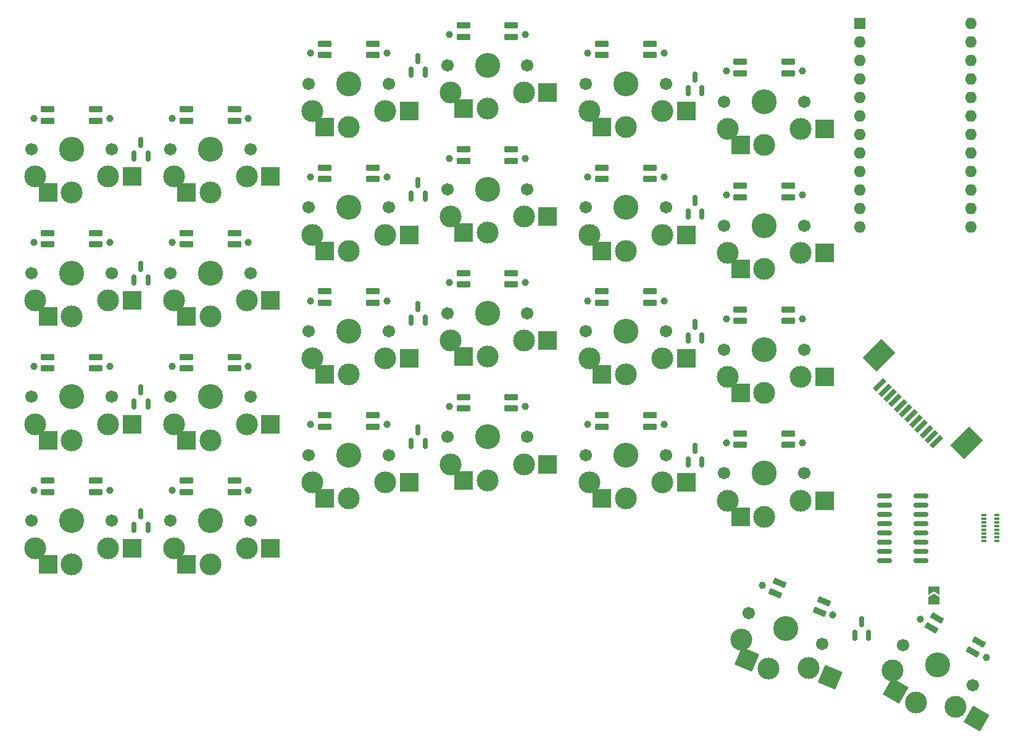
<source format=gbr>
%TF.GenerationSoftware,KiCad,Pcbnew,8.0.8-8.0.8-0~ubuntu22.04.1*%
%TF.CreationDate,2025-02-14T18:00:16-06:00*%
%TF.ProjectId,choc_v1_socket_reversible,63686f63-5f76-4315-9f73-6f636b65745f,rev?*%
%TF.SameCoordinates,Original*%
%TF.FileFunction,Soldermask,Top*%
%TF.FilePolarity,Negative*%
%FSLAX46Y46*%
G04 Gerber Fmt 4.6, Leading zero omitted, Abs format (unit mm)*
G04 Created by KiCad (PCBNEW 8.0.8-8.0.8-0~ubuntu22.04.1) date 2025-02-14 18:00:16*
%MOMM*%
%LPD*%
G01*
G04 APERTURE LIST*
G04 Aperture macros list*
%AMRoundRect*
0 Rectangle with rounded corners*
0 $1 Rounding radius*
0 $2 $3 $4 $5 $6 $7 $8 $9 X,Y pos of 4 corners*
0 Add a 4 corners polygon primitive as box body*
4,1,4,$2,$3,$4,$5,$6,$7,$8,$9,$2,$3,0*
0 Add four circle primitives for the rounded corners*
1,1,$1+$1,$2,$3*
1,1,$1+$1,$4,$5*
1,1,$1+$1,$6,$7*
1,1,$1+$1,$8,$9*
0 Add four rect primitives between the rounded corners*
20,1,$1+$1,$2,$3,$4,$5,0*
20,1,$1+$1,$4,$5,$6,$7,0*
20,1,$1+$1,$6,$7,$8,$9,0*
20,1,$1+$1,$8,$9,$2,$3,0*%
%AMRotRect*
0 Rectangle, with rotation*
0 The origin of the aperture is its center*
0 $1 length*
0 $2 width*
0 $3 Rotation angle, in degrees counterclockwise*
0 Add horizontal line*
21,1,$1,$2,0,0,$3*%
%AMFreePoly0*
4,1,6,1.000000,0.000000,0.500000,-0.750000,-0.500000,-0.750000,-0.500000,0.750000,0.500000,0.750000,1.000000,0.000000,1.000000,0.000000,$1*%
%AMFreePoly1*
4,1,6,0.500000,-0.750000,-0.650000,-0.750000,-0.150000,0.000000,-0.650000,0.750000,0.500000,0.750000,0.500000,-0.750000,0.500000,-0.750000,$1*%
G04 Aperture macros list end*
%ADD10C,1.701800*%
%ADD11C,0.990600*%
%ADD12C,3.000000*%
%ADD13C,3.429000*%
%ADD14R,2.600000X2.600000*%
%ADD15RoundRect,0.150000X0.150000X-0.587500X0.150000X0.587500X-0.150000X0.587500X-0.150000X-0.587500X0*%
%ADD16RoundRect,0.082000X-0.818000X-0.328000X0.818000X-0.328000X0.818000X0.328000X-0.818000X0.328000X0*%
%ADD17RoundRect,0.082000X0.872409X-0.124944X-0.544409X0.693056X-0.872409X0.124944X0.544409X-0.693056X0*%
%ADD18RoundRect,0.082000X0.818000X0.328000X-0.818000X0.328000X-0.818000X-0.328000X0.818000X-0.328000X0*%
%ADD19RoundRect,0.150000X0.850000X0.150000X-0.850000X0.150000X-0.850000X-0.150000X0.850000X-0.150000X0*%
%ADD20R,0.800000X0.300000*%
%ADD21RotRect,0.610000X2.000000X135.000000*%
%ADD22RotRect,2.680000X3.600000X135.000000*%
%ADD23RoundRect,0.082000X0.881133X-0.017692X-0.624813X0.621544X-0.881133X0.017692X0.624813X-0.621544X0*%
%ADD24FreePoly0,90.000000*%
%ADD25FreePoly1,90.000000*%
%ADD26RotRect,2.600000X2.600000X337.000000*%
%ADD27R,1.600000X1.600000*%
%ADD28O,1.600000X1.600000*%
%ADD29RotRect,2.600000X2.600000X330.000000*%
G04 APERTURE END LIST*
D10*
%TO.C,SW13*%
X111500000Y-65500000D03*
D11*
X111780000Y-61300000D03*
D12*
X112000000Y-69250000D03*
D13*
X117000000Y-65500000D03*
D12*
X117000000Y-71450000D03*
X122000000Y-69250000D03*
D11*
X122220000Y-61300000D03*
D10*
X122500000Y-65500000D03*
D14*
X113725000Y-71450000D03*
X125275000Y-69250000D03*
%TD*%
D15*
%TO.C,D3031*%
X68550000Y-111937500D03*
X70450000Y-111937500D03*
X69500000Y-110062500D03*
%TD*%
%TO.C,D1415*%
X144550000Y-68937500D03*
X146450000Y-68937500D03*
X145500000Y-67062500D03*
%TD*%
D16*
%TO.C,LED30*%
X56700000Y-107090000D03*
X56700000Y-105510000D03*
X63300000Y-105510000D03*
X63300000Y-107090000D03*
%TD*%
D10*
%TO.C,SW32*%
X92500000Y-102000000D03*
D11*
X92780000Y-97800000D03*
D12*
X93000000Y-105750000D03*
D13*
X98000000Y-102000000D03*
D12*
X98000000Y-107950000D03*
X103000000Y-105750000D03*
D11*
X103220000Y-97800000D03*
D10*
X103500000Y-102000000D03*
D14*
X94725000Y-107950000D03*
X106275000Y-105750000D03*
%TD*%
D15*
%TO.C,D0203*%
X106550000Y-49437500D03*
X108450000Y-49437500D03*
X107500000Y-47562500D03*
%TD*%
%TO.C,D2425*%
X144550000Y-85937500D03*
X146450000Y-85937500D03*
X145500000Y-84062500D03*
%TD*%
D17*
%TO.C,LED37*%
X184402884Y-127682161D03*
X183612884Y-129050481D03*
X177897116Y-125750481D03*
X178687116Y-124382161D03*
%TD*%
D10*
%TO.C,SW33*%
X111500000Y-99500000D03*
D11*
X111780000Y-95300000D03*
D12*
X112000000Y-103250000D03*
D13*
X117000000Y-99500000D03*
D12*
X117000000Y-105450000D03*
X122000000Y-103250000D03*
D11*
X122220000Y-95300000D03*
D10*
X122500000Y-99500000D03*
D14*
X113725000Y-105450000D03*
X125275000Y-103250000D03*
%TD*%
D18*
%TO.C,LED21*%
X82300000Y-88510000D03*
X82300000Y-90090000D03*
X75700000Y-90090000D03*
X75700000Y-88510000D03*
%TD*%
D10*
%TO.C,SW01*%
X73500000Y-60000000D03*
D11*
X73780000Y-55800000D03*
D12*
X74000000Y-63750000D03*
D13*
X79000000Y-60000000D03*
D12*
X79000000Y-65950000D03*
X84000000Y-63750000D03*
D11*
X84220000Y-55800000D03*
D10*
X84500000Y-60000000D03*
D14*
X75725000Y-65950000D03*
X87275000Y-63750000D03*
%TD*%
D18*
%TO.C,LED31*%
X82300000Y-105510000D03*
X82300000Y-107090000D03*
X75700000Y-107090000D03*
X75700000Y-105510000D03*
%TD*%
%TO.C,LED14*%
X139300000Y-62510000D03*
X139300000Y-64090000D03*
X132700000Y-64090000D03*
X132700000Y-62510000D03*
%TD*%
%TO.C,LED11*%
X82300000Y-71510000D03*
X82300000Y-73090000D03*
X75700000Y-73090000D03*
X75700000Y-71510000D03*
%TD*%
D10*
%TO.C,SW35*%
X149500000Y-104500000D03*
D11*
X149780000Y-100300000D03*
D12*
X150000000Y-108250000D03*
D13*
X155000000Y-104500000D03*
D12*
X155000000Y-110450000D03*
X160000000Y-108250000D03*
D11*
X160220000Y-100300000D03*
D10*
X160500000Y-104500000D03*
D14*
X151725000Y-110450000D03*
X163275000Y-108250000D03*
%TD*%
D10*
%TO.C,SW23*%
X111500000Y-82500000D03*
D11*
X111780000Y-78300000D03*
D12*
X112000000Y-86250000D03*
D13*
X117000000Y-82500000D03*
D12*
X117000000Y-88450000D03*
X122000000Y-86250000D03*
D11*
X122220000Y-78300000D03*
D10*
X122500000Y-82500000D03*
D14*
X113725000Y-88450000D03*
X125275000Y-86250000D03*
%TD*%
D10*
%TO.C,SW14*%
X130500000Y-68000000D03*
D11*
X130780000Y-63800000D03*
D12*
X131000000Y-71750000D03*
D13*
X136000000Y-68000000D03*
D12*
X136000000Y-73950000D03*
X141000000Y-71750000D03*
D11*
X141220000Y-63800000D03*
D10*
X141500000Y-68000000D03*
D14*
X132725000Y-73950000D03*
X144275000Y-71750000D03*
%TD*%
D16*
%TO.C,LED33*%
X113700000Y-95590000D03*
X113700000Y-94010000D03*
X120300000Y-94010000D03*
X120300000Y-95590000D03*
%TD*%
D19*
%TO.C,SR_RIGHT1*%
X176500000Y-116445000D03*
X176500000Y-115175000D03*
X176500000Y-113905000D03*
X176500000Y-112635000D03*
X176500000Y-111365000D03*
X176500000Y-110095000D03*
X176500000Y-108825000D03*
X176500000Y-107555000D03*
X171500000Y-107555000D03*
X171500000Y-108825000D03*
X171500000Y-110095000D03*
X171500000Y-111365000D03*
X171500000Y-112635000D03*
X171500000Y-113905000D03*
X171500000Y-115175000D03*
X171500000Y-116445000D03*
%TD*%
D10*
%TO.C,SW30*%
X54500000Y-111000000D03*
D11*
X54780000Y-106800000D03*
D12*
X55000000Y-114750000D03*
D13*
X60000000Y-111000000D03*
D12*
X60000000Y-116950000D03*
X65000000Y-114750000D03*
D11*
X65220000Y-106800000D03*
D10*
X65500000Y-111000000D03*
D14*
X56725000Y-116950000D03*
X68275000Y-114750000D03*
%TD*%
D10*
%TO.C,SW20*%
X54500000Y-94000000D03*
D11*
X54780000Y-89800000D03*
D12*
X55000000Y-97750000D03*
D13*
X60000000Y-94000000D03*
D12*
X60000000Y-99950000D03*
X65000000Y-97750000D03*
D11*
X65220000Y-89800000D03*
D10*
X65500000Y-94000000D03*
D14*
X56725000Y-99950000D03*
X68275000Y-97750000D03*
%TD*%
D15*
%TO.C,D1011*%
X68550000Y-77937500D03*
X70450000Y-77937500D03*
X69500000Y-76062500D03*
%TD*%
D10*
%TO.C,SW31*%
X73500000Y-111000000D03*
D11*
X73780000Y-106800000D03*
D12*
X74000000Y-114750000D03*
D13*
X79000000Y-111000000D03*
D12*
X79000000Y-116950000D03*
X84000000Y-114750000D03*
D11*
X84220000Y-106800000D03*
D10*
X84500000Y-111000000D03*
D14*
X75725000Y-116950000D03*
X87275000Y-114750000D03*
%TD*%
D10*
%TO.C,SW02*%
X92500000Y-51000000D03*
D11*
X92780000Y-46800000D03*
D12*
X93000000Y-54750000D03*
D13*
X98000000Y-51000000D03*
D12*
X98000000Y-56950000D03*
X103000000Y-54750000D03*
D11*
X103220000Y-46800000D03*
D10*
X103500000Y-51000000D03*
D14*
X94725000Y-56950000D03*
X106275000Y-54750000D03*
%TD*%
D20*
%TO.C,RN_RIGHT1*%
X186900000Y-113750000D03*
X186900000Y-113250000D03*
X186900000Y-112750000D03*
X186900000Y-112250000D03*
X186900000Y-111750000D03*
X186900000Y-111250000D03*
X186900000Y-110750000D03*
X186900000Y-110250000D03*
X185100000Y-110250000D03*
X185100000Y-110750000D03*
X185100000Y-111250000D03*
X185100000Y-111750000D03*
X185100000Y-112250000D03*
X185100000Y-112750000D03*
X185100000Y-113250000D03*
X185100000Y-113750000D03*
%TD*%
D16*
%TO.C,LED13*%
X113700000Y-61590000D03*
X113700000Y-60010000D03*
X120300000Y-60010000D03*
X120300000Y-61590000D03*
%TD*%
D15*
%TO.C,D2223*%
X106550000Y-83437500D03*
X108450000Y-83437500D03*
X107500000Y-81562500D03*
%TD*%
D10*
%TO.C,SW25*%
X149500000Y-87500000D03*
D11*
X149780000Y-83300000D03*
D12*
X150000000Y-91250000D03*
D13*
X155000000Y-87500000D03*
D12*
X155000000Y-93450000D03*
X160000000Y-91250000D03*
D11*
X160220000Y-83300000D03*
D10*
X160500000Y-87500000D03*
D14*
X151725000Y-93450000D03*
X163275000Y-91250000D03*
%TD*%
D15*
%TO.C,D3435*%
X144550000Y-102937500D03*
X146450000Y-102937500D03*
X145500000Y-101062500D03*
%TD*%
D10*
%TO.C,SW10*%
X54500000Y-77000000D03*
D11*
X54780000Y-72800000D03*
D12*
X55000000Y-80750000D03*
D13*
X60000000Y-77000000D03*
D12*
X60000000Y-82950000D03*
X65000000Y-80750000D03*
D11*
X65220000Y-72800000D03*
D10*
X65500000Y-77000000D03*
D14*
X56725000Y-82950000D03*
X68275000Y-80750000D03*
%TD*%
D10*
%TO.C,SW11*%
X73500000Y-77000000D03*
D11*
X73780000Y-72800000D03*
D12*
X74000000Y-80750000D03*
D13*
X79000000Y-77000000D03*
D12*
X79000000Y-82950000D03*
X84000000Y-80750000D03*
D11*
X84220000Y-72800000D03*
D10*
X84500000Y-77000000D03*
D14*
X75725000Y-82950000D03*
X87275000Y-80750000D03*
%TD*%
D21*
%TO.C,J_RIGHT1*%
X178616295Y-100161880D03*
X177909188Y-99454773D03*
X177202082Y-98747666D03*
X176494975Y-98040559D03*
X175787868Y-97333452D03*
X175080761Y-96626346D03*
X174373654Y-95919239D03*
X173666548Y-95212132D03*
X172959441Y-94505025D03*
X172252334Y-93797918D03*
X171545227Y-93090812D03*
X170838120Y-92383705D03*
D22*
X182710443Y-100296230D03*
X170703770Y-88289557D03*
%TD*%
D10*
%TO.C,SW12*%
X92500000Y-68000000D03*
D11*
X92780000Y-63800000D03*
D12*
X93000000Y-71750000D03*
D13*
X98000000Y-68000000D03*
D12*
X98000000Y-73950000D03*
X103000000Y-71750000D03*
D11*
X103220000Y-63800000D03*
D10*
X103500000Y-68000000D03*
D14*
X94725000Y-73950000D03*
X106275000Y-71750000D03*
%TD*%
D18*
%TO.C,LED22*%
X101300000Y-79510000D03*
X101300000Y-81090000D03*
X94700000Y-81090000D03*
X94700000Y-79510000D03*
%TD*%
D16*
%TO.C,LED03*%
X113700000Y-44590000D03*
X113700000Y-43010000D03*
X120300000Y-43010000D03*
X120300000Y-44590000D03*
%TD*%
D10*
%TO.C,SW00*%
X54500000Y-60000000D03*
D11*
X54780000Y-55800000D03*
D12*
X55000000Y-63750000D03*
D13*
X60000000Y-60000000D03*
D12*
X60000000Y-65950000D03*
X65000000Y-63750000D03*
D11*
X65220000Y-55800000D03*
D10*
X65500000Y-60000000D03*
D14*
X56725000Y-65950000D03*
X68275000Y-63750000D03*
%TD*%
D16*
%TO.C,LED35*%
X151700000Y-100590000D03*
X151700000Y-99010000D03*
X158300000Y-99010000D03*
X158300000Y-100590000D03*
%TD*%
%TO.C,LED25*%
X151700000Y-83590000D03*
X151700000Y-82010000D03*
X158300000Y-82010000D03*
X158300000Y-83590000D03*
%TD*%
%TO.C,LED20*%
X56700000Y-90090000D03*
X56700000Y-88510000D03*
X63300000Y-88510000D03*
X63300000Y-90090000D03*
%TD*%
D15*
%TO.C,D3233*%
X106550000Y-100437500D03*
X108450000Y-100437500D03*
X107500000Y-98562500D03*
%TD*%
D10*
%TO.C,SW15*%
X149500000Y-70500000D03*
D11*
X149780000Y-66300000D03*
D12*
X150000000Y-74250000D03*
D13*
X155000000Y-70500000D03*
D12*
X155000000Y-76450000D03*
X160000000Y-74250000D03*
D11*
X160220000Y-66300000D03*
D10*
X160500000Y-70500000D03*
D14*
X151725000Y-76450000D03*
X163275000Y-74250000D03*
%TD*%
D10*
%TO.C,SW34*%
X130500000Y-102000000D03*
D11*
X130780000Y-97800000D03*
D12*
X131000000Y-105750000D03*
D13*
X136000000Y-102000000D03*
D12*
X136000000Y-107950000D03*
X141000000Y-105750000D03*
D11*
X141220000Y-97800000D03*
D10*
X141500000Y-102000000D03*
D14*
X132725000Y-107950000D03*
X144275000Y-105750000D03*
%TD*%
D18*
%TO.C,LED34*%
X139300000Y-96510000D03*
X139300000Y-98090000D03*
X132700000Y-98090000D03*
X132700000Y-96510000D03*
%TD*%
D23*
%TO.C,LED36*%
X163196344Y-122071814D03*
X162578988Y-123526212D03*
X156503656Y-120947386D03*
X157121012Y-119492988D03*
%TD*%
D24*
%TO.C,JP2*%
X178250000Y-122000000D03*
D25*
X178250000Y-120550000D03*
%TD*%
D10*
%TO.C,SW04*%
X130500000Y-51000000D03*
D11*
X130780000Y-46800000D03*
D12*
X131000000Y-54750000D03*
D13*
X136000000Y-51000000D03*
D12*
X136000000Y-56950000D03*
X141000000Y-54750000D03*
D11*
X141220000Y-46800000D03*
D10*
X141500000Y-51000000D03*
D14*
X132725000Y-56950000D03*
X144275000Y-54750000D03*
%TD*%
D18*
%TO.C,LED02*%
X101300000Y-45510000D03*
X101300000Y-47090000D03*
X94700000Y-47090000D03*
X94700000Y-45510000D03*
%TD*%
D15*
%TO.C,D1213*%
X106550000Y-66437500D03*
X108450000Y-66437500D03*
X107500000Y-64562500D03*
%TD*%
D18*
%TO.C,LED01*%
X82300000Y-54510000D03*
X82300000Y-56090000D03*
X75700000Y-56090000D03*
X75700000Y-54510000D03*
%TD*%
D16*
%TO.C,LED05*%
X151700000Y-49590000D03*
X151700000Y-48010000D03*
X158300000Y-48010000D03*
X158300000Y-49590000D03*
%TD*%
D15*
%TO.C,D0001*%
X68550000Y-60937500D03*
X70450000Y-60937500D03*
X69500000Y-59062500D03*
%TD*%
D16*
%TO.C,LED00*%
X56700000Y-56090000D03*
X56700000Y-54510000D03*
X63300000Y-54510000D03*
X63300000Y-56090000D03*
%TD*%
%TO.C,LED23*%
X113700000Y-78590000D03*
X113700000Y-77010000D03*
X120300000Y-77010000D03*
X120300000Y-78590000D03*
%TD*%
D10*
%TO.C,SW22*%
X92500000Y-85000000D03*
D11*
X92780000Y-80800000D03*
D12*
X93000000Y-88750000D03*
D13*
X98000000Y-85000000D03*
D12*
X98000000Y-90950000D03*
X103000000Y-88750000D03*
D11*
X103220000Y-80800000D03*
D10*
X103500000Y-85000000D03*
D14*
X94725000Y-90950000D03*
X106275000Y-88750000D03*
%TD*%
D18*
%TO.C,LED24*%
X139300000Y-79510000D03*
X139300000Y-81090000D03*
X132700000Y-81090000D03*
X132700000Y-79510000D03*
%TD*%
%TO.C,LED04*%
X139300000Y-45510000D03*
X139300000Y-47090000D03*
X132700000Y-47090000D03*
X132700000Y-45510000D03*
%TD*%
D10*
%TO.C,SW05*%
X149500000Y-53500000D03*
D11*
X149780000Y-49300000D03*
D12*
X150000000Y-57250000D03*
D13*
X155000000Y-53500000D03*
D12*
X155000000Y-59450000D03*
X160000000Y-57250000D03*
D11*
X160220000Y-49300000D03*
D10*
X160500000Y-53500000D03*
D14*
X151725000Y-59450000D03*
X163275000Y-57250000D03*
%TD*%
D16*
%TO.C,LED10*%
X56700000Y-73090000D03*
X56700000Y-71510000D03*
X63300000Y-71510000D03*
X63300000Y-73090000D03*
%TD*%
D18*
%TO.C,LED32*%
X101300000Y-96510000D03*
X101300000Y-98090000D03*
X94700000Y-98090000D03*
X94700000Y-96510000D03*
%TD*%
D10*
%TO.C,SW36*%
X152837223Y-123650979D03*
D11*
X154736035Y-119894263D03*
D12*
X151832234Y-127298238D03*
D13*
X157900000Y-125800000D03*
D12*
X155575150Y-131277004D03*
X161037283Y-131205549D03*
D11*
X164346106Y-123973496D03*
D10*
X162962777Y-127949021D03*
D26*
X152560495Y-129997359D03*
X164051936Y-132485193D03*
%TD*%
D18*
%TO.C,LED12*%
X101300000Y-62510000D03*
X101300000Y-64090000D03*
X94700000Y-64090000D03*
X94700000Y-62510000D03*
%TD*%
D16*
%TO.C,LED15*%
X151700000Y-66590000D03*
X151700000Y-65010000D03*
X158300000Y-65010000D03*
X158300000Y-66590000D03*
%TD*%
D10*
%TO.C,SW24*%
X130500000Y-85000000D03*
D11*
X130780000Y-80800000D03*
D12*
X131000000Y-88750000D03*
D13*
X136000000Y-85000000D03*
D12*
X136000000Y-90950000D03*
X141000000Y-88750000D03*
D11*
X141220000Y-80800000D03*
D10*
X141500000Y-85000000D03*
D14*
X132725000Y-90950000D03*
X144275000Y-88750000D03*
%TD*%
D10*
%TO.C,SW21*%
X73500000Y-94000000D03*
D11*
X73780000Y-89800000D03*
D12*
X74000000Y-97750000D03*
D13*
X79000000Y-94000000D03*
D12*
X79000000Y-99950000D03*
X84000000Y-97750000D03*
D11*
X84220000Y-89800000D03*
D10*
X84500000Y-94000000D03*
D14*
X75725000Y-99950000D03*
X87275000Y-97750000D03*
%TD*%
D27*
%TO.C,U1*%
X168060000Y-42760000D03*
D28*
X168060000Y-45300000D03*
X168060000Y-47840000D03*
X168060000Y-50380000D03*
X168060000Y-52920000D03*
X168060000Y-55460000D03*
X168060000Y-58000000D03*
X168060000Y-60540000D03*
X168060000Y-63080000D03*
X168060000Y-65620000D03*
X168060000Y-68160000D03*
X168060000Y-70700000D03*
X183300000Y-70700000D03*
X183300000Y-68160000D03*
X183300000Y-65620000D03*
X183300000Y-63080000D03*
X183300000Y-60540000D03*
X183300000Y-58000000D03*
X183300000Y-55460000D03*
X183300000Y-52920000D03*
X183300000Y-50380000D03*
X183300000Y-47840000D03*
X183300000Y-45300000D03*
X183300000Y-42760000D03*
%TD*%
D15*
%TO.C,D3637*%
X167400000Y-126737500D03*
X169300000Y-126737500D03*
X168350000Y-124862500D03*
%TD*%
D10*
%TO.C,SW37*%
X174036860Y-128050000D03*
D11*
X176379347Y-124552693D03*
D12*
X172594873Y-131547595D03*
D13*
X178800000Y-130800000D03*
D12*
X175825000Y-135952851D03*
X181255127Y-136547595D03*
D11*
X185420653Y-129772693D03*
D10*
X183563140Y-133550000D03*
D29*
X172988767Y-134315351D03*
X184091360Y-138185095D03*
%TD*%
D15*
%TO.C,D2021*%
X68550000Y-94937500D03*
X70450000Y-94937500D03*
X69500000Y-93062500D03*
%TD*%
%TO.C,D0405*%
X144550000Y-51937500D03*
X146450000Y-51937500D03*
X145500000Y-50062500D03*
%TD*%
D10*
%TO.C,SW03*%
X111500000Y-48500000D03*
D11*
X111780000Y-44300000D03*
D12*
X112000000Y-52250000D03*
D13*
X117000000Y-48500000D03*
D12*
X117000000Y-54450000D03*
X122000000Y-52250000D03*
D11*
X122220000Y-44300000D03*
D10*
X122500000Y-48500000D03*
D14*
X113725000Y-54450000D03*
X125275000Y-52250000D03*
%TD*%
M02*

</source>
